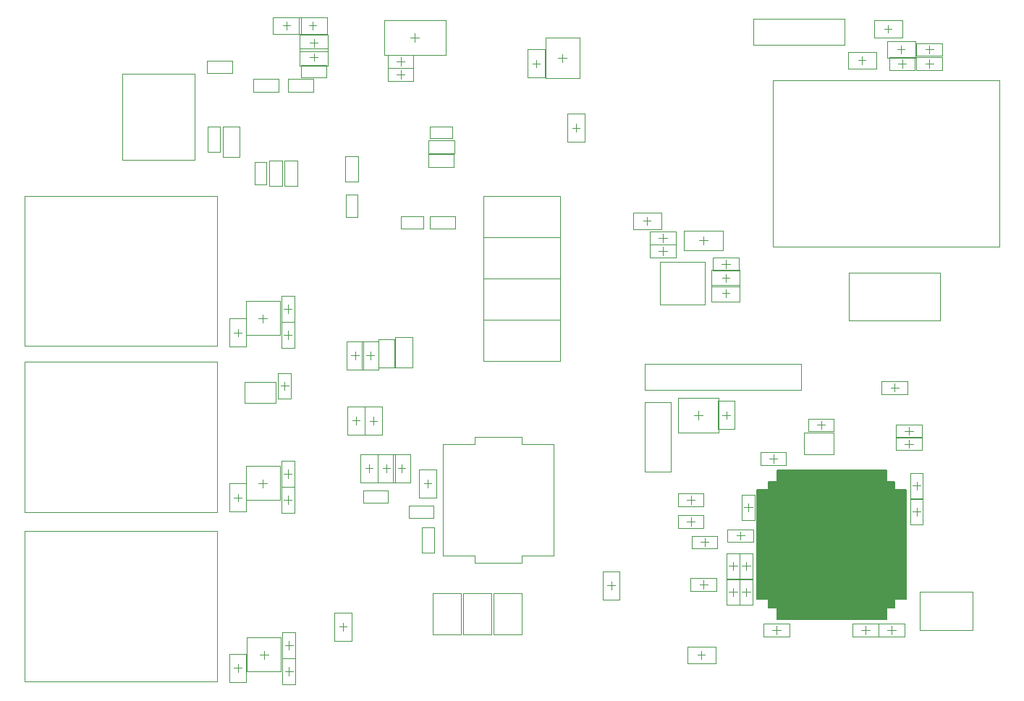
<source format=gbr>
%TF.GenerationSoftware,Altium Limited,Altium Designer,24.4.1 (13)*%
G04 Layer_Color=32768*
%FSLAX45Y45*%
%MOMM*%
%TF.SameCoordinates,7BA59CB3-8EBC-4C6A-B4C6-80429C3BB8AE*%
%TF.FilePolarity,Positive*%
%TF.FileFunction,Other,Mechanical_15*%
%TF.Part,Single*%
G01*
G75*
%TA.AperFunction,NonConductor*%
%ADD95C,0.15240*%
%ADD100C,0.10000*%
%ADD166C,0.05000*%
G36*
X10182082Y3832670D02*
X10086122D01*
Y3928630D01*
X9950792D01*
Y5207370D01*
X10086122D01*
Y5303330D01*
X10182082D01*
Y5438660D01*
X11460822D01*
Y5303330D01*
X11556782D01*
Y5207370D01*
X11692112D01*
Y3928630D01*
X11556782D01*
Y3832670D01*
X11460822D01*
Y3697340D01*
X10182082D01*
Y3832670D01*
D02*
G37*
D95*
X10086122D02*
Y3928630D01*
X9950792D02*
X10086122D01*
X9950792D02*
Y5207370D01*
X10086122D01*
Y5303330D01*
X11556782Y3832670D02*
Y3928630D01*
X11692112D01*
Y5207370D01*
X11556782D02*
X11692112D01*
X11556782D02*
Y5303330D01*
X10086122D02*
X10182082D01*
Y5438660D01*
X11460822D01*
Y5303330D02*
Y5438660D01*
Y5303330D02*
X11556782D01*
X10086122Y3832670D02*
X10182082D01*
Y3697340D02*
Y3832670D01*
Y3697340D02*
X11460822D01*
Y3832670D01*
X11556782D01*
D100*
X9251400Y3276600D02*
X9341400D01*
X9296400Y3231600D02*
Y3321600D01*
X5105400Y3561800D02*
Y3651800D01*
X5060400Y3606800D02*
X5150400D01*
X8616400Y8356600D02*
X8706400D01*
X8661400Y8311600D02*
Y8401600D01*
X11677692Y5747000D02*
X11773692D01*
X11725692Y5699000D02*
Y5795000D01*
X11677692Y5899400D02*
X11773692D01*
X11725692Y5851400D02*
Y5947400D01*
X10648992Y5969000D02*
X10744992D01*
X10696992Y5921000D02*
Y6017000D01*
X5893600Y10502900D02*
X5993600D01*
X5943600Y10452900D02*
Y10552900D01*
X8197300Y4089400D02*
X8287300D01*
X8242300Y4044400D02*
Y4134400D01*
X5746200Y5461000D02*
X5836200D01*
X5791200Y5416000D02*
Y5506000D01*
X5568400Y5461000D02*
X5658400D01*
X5613400Y5416000D02*
Y5506000D01*
X5365200Y5461000D02*
X5455200D01*
X5410200Y5416000D02*
Y5506000D01*
X5212800Y6019800D02*
X5302800D01*
X5257800Y5974800D02*
Y6064800D01*
X5416000Y6018600D02*
X5506000D01*
X5461000Y5973600D02*
Y6063600D01*
X5200100Y6781800D02*
X5290100D01*
X5245100Y6736800D02*
Y6826800D01*
X5377900Y6781800D02*
X5467900D01*
X5422900Y6736800D02*
Y6826800D01*
X6051000Y5283200D02*
X6141000D01*
X6096000Y5238200D02*
Y5328200D01*
X7786753Y9445907D02*
X7876753D01*
X7831753Y9400907D02*
Y9490907D01*
X9174192Y5044700D02*
Y5140700D01*
X9126192Y5092700D02*
X9222192D01*
X9172992Y4790700D02*
Y4886700D01*
X9124992Y4838700D02*
X9220992D01*
X10138192Y5527300D02*
Y5623300D01*
X10090192Y5575300D02*
X10186192D01*
X11557000Y6357880D02*
Y6453880D01*
X11509000Y6405880D02*
X11605000D01*
X9798092Y5003800D02*
X9894092D01*
X9846092Y4955800D02*
Y5051800D01*
X9753600Y4625600D02*
Y4721600D01*
X9705600Y4673600D02*
X9801600D01*
X9334500Y4549400D02*
Y4645400D01*
X9286500Y4597400D02*
X9382500D01*
X11766592Y5257800D02*
X11862592D01*
X11814592Y5209800D02*
Y5305800D01*
X11766592Y4953000D02*
X11862592D01*
X11814592Y4905000D02*
Y5001000D01*
X9321800Y4054100D02*
Y4150100D01*
X9273800Y4102100D02*
X9369800D01*
X9620292Y4318000D02*
X9716292D01*
X9668292Y4270000D02*
Y4366000D01*
X9620292Y4013200D02*
X9716292D01*
X9668292Y3965200D02*
Y4061200D01*
X9772692Y4318000D02*
X9868692D01*
X9820692Y4270000D02*
Y4366000D01*
X9772692Y4013200D02*
X9868692D01*
X9820692Y3965200D02*
Y4061200D01*
X10176292Y3520700D02*
Y3616700D01*
X10128292Y3568700D02*
X10224292D01*
X11217692Y3520700D02*
Y3616700D01*
X11169692Y3568700D02*
X11265692D01*
X11522492Y3520700D02*
Y3616700D01*
X11474492Y3568700D02*
X11570492D01*
X7670800Y10211600D02*
Y10311600D01*
X7620800Y10261600D02*
X7720800D01*
X7321000Y10198100D02*
X7411000D01*
X7366000Y10153100D02*
Y10243100D01*
X5778500Y10023100D02*
Y10119100D01*
X5730500Y10071100D02*
X5826500D01*
X5778500Y10175500D02*
Y10271500D01*
X5730500Y10223500D02*
X5826500D01*
X11644700Y10150100D02*
Y10246100D01*
X11596700Y10198100D02*
X11692700D01*
X11588200Y10363200D02*
X11678200D01*
X11633200Y10318200D02*
Y10408200D01*
X11963400Y10150100D02*
Y10246100D01*
X11915400Y10198100D02*
X12011400D01*
X11963400Y10315200D02*
Y10411200D01*
X11915400Y10363200D02*
X12011400D01*
X11435800Y10604500D02*
X11525800D01*
X11480800Y10559500D02*
Y10649500D01*
X11131000Y10236200D02*
X11221000D01*
X11176000Y10191200D02*
Y10281200D01*
X9588500Y6038300D02*
Y6128300D01*
X9543500Y6083300D02*
X9633500D01*
X9258300Y6033300D02*
Y6133300D01*
X9208300Y6083300D02*
X9308300D01*
X9271800Y8128000D02*
X9371800D01*
X9321800Y8078000D02*
Y8178000D01*
X8845000Y8110300D02*
Y8206300D01*
X8797000Y8158300D02*
X8893000D01*
X8846200Y7957900D02*
Y8053900D01*
X8798200Y8005900D02*
X8894200D01*
X9582800Y7805500D02*
Y7901500D01*
X9534800Y7853500D02*
X9630800D01*
X9536600Y7688400D02*
X9626600D01*
X9581600Y7643400D02*
Y7733400D01*
X9536600Y7510600D02*
X9626600D01*
X9581600Y7465600D02*
Y7555600D01*
X4717500Y10439400D02*
X4807500D01*
X4762500Y10394400D02*
Y10484400D01*
X4717500Y10274300D02*
X4807500D01*
X4762500Y10229300D02*
Y10319300D01*
X4400000Y10642600D02*
X4490000D01*
X4445000Y10597600D02*
Y10687600D01*
X4704800Y10642600D02*
X4794800D01*
X4749800Y10597600D02*
Y10687600D01*
X4419600Y6378200D02*
Y6474200D01*
X4371600Y6426200D02*
X4467600D01*
X4470400Y3342900D02*
Y3438900D01*
X4422400Y3390900D02*
X4518400D01*
X3828500Y3124200D02*
X3918500D01*
X3873500Y3079200D02*
Y3169200D01*
X4470400Y3038100D02*
Y3134100D01*
X4422400Y3086100D02*
X4518400D01*
X3828500Y5118100D02*
X3918500D01*
X3873500Y5073100D02*
Y5163100D01*
X4457700Y5044700D02*
Y5140700D01*
X4409700Y5092700D02*
X4505700D01*
X4457700Y5349500D02*
Y5445500D01*
X4409700Y5397500D02*
X4505700D01*
X3828500Y7048500D02*
X3918500D01*
X3873500Y7003500D02*
Y7093500D01*
X4457700Y6975100D02*
Y7071100D01*
X4409700Y7023100D02*
X4505700D01*
X4457700Y7279900D02*
Y7375900D01*
X4409700Y7327900D02*
X4505700D01*
X4128300Y3276600D02*
X4228300D01*
X4178300Y3226600D02*
Y3326600D01*
X4115600Y5283200D02*
X4215600D01*
X4165600Y5233200D02*
Y5333200D01*
X4115600Y7213600D02*
X4215600D01*
X4165600Y7163600D02*
Y7263600D01*
D166*
X3364700Y9068800D02*
Y10082800D01*
X2521700Y9068800D02*
X3364700D01*
X2521700D02*
Y10082800D01*
X3364700D01*
X8636400Y6375800D02*
Y6679800D01*
X10464400D01*
Y6375800D02*
Y6679800D01*
X8636400Y6375800D02*
X10464400D01*
X11849380Y4019300D02*
X12469380D01*
Y3569300D02*
Y4019300D01*
X11849380Y3569300D02*
X12469380D01*
X11849380D02*
Y4019300D01*
X9461400Y3176600D02*
Y3376600D01*
X9131400Y3176600D02*
Y3376600D01*
Y3176600D02*
X9461400D01*
X9131400Y3376600D02*
X9461400D01*
X5005400Y3771800D02*
X5205400D01*
X5005400Y3441800D02*
X5205400D01*
Y3771800D01*
X5005400Y3441800D02*
Y3771800D01*
X8826400Y8256600D02*
Y8456600D01*
X8496400Y8256600D02*
Y8456600D01*
Y8256600D02*
X8826400D01*
X8496400Y8456600D02*
X8826400D01*
X9339400Y7377800D02*
Y7877800D01*
X8814400Y7377800D02*
X9339400D01*
X8814400D02*
Y7877800D01*
X9339400D01*
X11875692Y5672000D02*
Y5822000D01*
X11575692Y5672000D02*
Y5822000D01*
Y5672000D02*
X11875692D01*
X11575692Y5822000D02*
X11875692D01*
Y5824400D02*
Y5974400D01*
X11575692Y5824400D02*
Y5974400D01*
Y5824400D02*
X11875692D01*
X11575692Y5974400D02*
X11875692D01*
X7644280Y7202200D02*
Y7682200D01*
X6742280Y7202200D02*
Y7682200D01*
X7644280D01*
X6742280Y7202200D02*
X7644280D01*
X10496592Y5622900D02*
Y5883300D01*
Y5622900D02*
X10846592D01*
Y5883300D01*
X10496592D02*
X10846592D01*
X10546992Y5894000D02*
Y6044000D01*
X10846992Y5894000D02*
Y6044000D01*
X10546992D02*
X10846992D01*
X10546992Y5894000D02*
X10846992D01*
X6303600Y10297900D02*
Y10707900D01*
X5583600Y10297900D02*
Y10707900D01*
Y10297900D02*
X6303600D01*
X5583600Y10707900D02*
X6303600D01*
X8142300Y3924400D02*
Y4254400D01*
X8342300Y3924400D02*
Y4254400D01*
X8142300Y3924400D02*
X8342300D01*
X8142300Y4254400D02*
X8342300D01*
X5691200Y5296000D02*
Y5626000D01*
X5891200Y5296000D02*
Y5626000D01*
X5691200Y5296000D02*
X5891200D01*
X5691200Y5626000D02*
X5891200D01*
X5713400Y5296000D02*
Y5626000D01*
X5513400Y5296000D02*
Y5626000D01*
X5713400D01*
X5513400Y5296000D02*
X5713400D01*
X5339900Y5059300D02*
Y5202300D01*
X5632900Y5059300D02*
Y5202300D01*
X5339900Y5059300D02*
X5632900D01*
X5339900Y5202300D02*
X5632900D01*
X5510200Y5296000D02*
Y5626000D01*
X5310200Y5296000D02*
Y5626000D01*
X5510200D01*
X5310200Y5296000D02*
X5510200D01*
X5357800Y5854800D02*
Y6184800D01*
X5157800Y5854800D02*
Y6184800D01*
X5357800D01*
X5157800Y5854800D02*
X5357800D01*
X5361000Y5853600D02*
Y6183600D01*
X5561000Y5853600D02*
Y6183600D01*
X5361000Y5853600D02*
X5561000D01*
X5361000Y6183600D02*
X5561000D01*
X5520900Y6640700D02*
X5705900D01*
X5520900Y6973700D02*
X5705900D01*
Y6640700D02*
Y6973700D01*
X5520900Y6640700D02*
Y6973700D01*
X5716600Y6994900D02*
X5916600D01*
X5716600Y6644900D02*
Y6994900D01*
Y6644900D02*
X5916600D01*
Y6994900D01*
X5345100Y6616800D02*
Y6946800D01*
X5145100Y6616800D02*
Y6946800D01*
X5345100D01*
X5145100Y6616800D02*
X5345100D01*
X5522900D02*
Y6946800D01*
X5322900Y6616800D02*
Y6946800D01*
X5522900D01*
X5322900Y6616800D02*
X5522900D01*
X5873300Y4881500D02*
Y5024500D01*
X6166300Y4881500D02*
Y5024500D01*
X5873300Y4881500D02*
X6166300D01*
X5873300Y5024500D02*
X6166300D01*
X6196000Y5118200D02*
Y5448200D01*
X5996000Y5118200D02*
Y5448200D01*
X6196000D01*
X5996000Y5118200D02*
X6196000D01*
X6024500Y4769300D02*
X6167500D01*
X6024500Y4476300D02*
X6167500D01*
X6024500D02*
Y4769300D01*
X6167500Y4476300D02*
Y4769300D01*
X7731753Y9280907D02*
Y9610907D01*
X7931753Y9280907D02*
Y9610907D01*
X7731753Y9280907D02*
X7931753D01*
X7731753Y9610907D02*
X7931753D01*
X9024192Y5017700D02*
X9324192D01*
X9024192Y5167700D02*
X9324192D01*
Y5017700D02*
Y5167700D01*
X9024192Y5017700D02*
Y5167700D01*
X9022992Y4763700D02*
X9322992D01*
X9022992Y4913700D02*
X9322992D01*
Y4763700D02*
Y4913700D01*
X9022992Y4763700D02*
Y4913700D01*
X9988192Y5500300D02*
X10288192D01*
X9988192Y5650300D02*
X10288192D01*
Y5500300D02*
Y5650300D01*
X9988192Y5500300D02*
Y5650300D01*
X11407000Y6330880D02*
X11707000D01*
X11407000Y6480880D02*
X11707000D01*
Y6330880D02*
Y6480880D01*
X11407000Y6330880D02*
Y6480880D01*
X9771092Y4853800D02*
Y5153800D01*
X9921092Y4853800D02*
Y5153800D01*
X9771092Y4853800D02*
X9921092D01*
X9771092Y5153800D02*
X9921092D01*
X9603600Y4598600D02*
X9903600D01*
X9603600Y4748600D02*
X9903600D01*
Y4598600D02*
Y4748600D01*
X9603600Y4598600D02*
Y4748600D01*
X9184500Y4672400D02*
X9484500D01*
X9184500Y4522400D02*
X9484500D01*
X9184500D02*
Y4672400D01*
X9484500Y4522400D02*
Y4672400D01*
X11739592Y5107800D02*
Y5407800D01*
X11889592Y5107800D02*
Y5407800D01*
X11739592Y5107800D02*
X11889592D01*
X11739592Y5407800D02*
X11889592D01*
X11889592Y4803000D02*
Y5103000D01*
X11739592Y4803000D02*
Y5103000D01*
X11889592D01*
X11739592Y4803000D02*
X11889592D01*
X9171800Y4027100D02*
X9471800D01*
X9171800Y4177100D02*
X9471800D01*
Y4027100D02*
Y4177100D01*
X9171800Y4027100D02*
Y4177100D01*
X9593292Y4168000D02*
Y4468000D01*
X9743292Y4168000D02*
Y4468000D01*
X9593292Y4168000D02*
X9743292D01*
X9593292Y4468000D02*
X9743292D01*
X9743292Y3863200D02*
Y4163200D01*
X9593292Y3863200D02*
Y4163200D01*
X9743292D01*
X9593292Y3863200D02*
X9743292D01*
X9745692Y4168000D02*
Y4468000D01*
X9895692Y4168000D02*
Y4468000D01*
X9745692Y4168000D02*
X9895692D01*
X9745692Y4468000D02*
X9895692D01*
X9895692Y3863200D02*
Y4163200D01*
X9745692Y3863200D02*
Y4163200D01*
X9895692D01*
X9745692Y3863200D02*
X9895692D01*
X10026292Y3493700D02*
X10326292D01*
X10026292Y3643700D02*
X10326292D01*
Y3493700D02*
Y3643700D01*
X10026292Y3493700D02*
Y3643700D01*
X11067692Y3493700D02*
X11367692D01*
X11067692Y3643700D02*
X11367692D01*
Y3493700D02*
Y3643700D01*
X11067692Y3493700D02*
Y3643700D01*
X11372492Y3643700D02*
X11672492D01*
X11372492Y3493700D02*
X11672492D01*
X11372492D02*
Y3643700D01*
X11672492Y3493700D02*
Y3643700D01*
X7645400Y8167400D02*
Y8647400D01*
X6743400Y8167400D02*
Y8647400D01*
X7645400D01*
X6743400Y8167400D02*
X7645400D01*
X6742280Y6719600D02*
X7644280D01*
X6742280Y7199600D02*
X7644280D01*
X6742280Y6719600D02*
Y7199600D01*
X7644280Y6719600D02*
Y7199600D01*
X6743400Y7684800D02*
X7645400D01*
X6743400Y8164800D02*
X7645400D01*
X6743400Y7684800D02*
Y8164800D01*
X7645400Y7684800D02*
Y8164800D01*
X6154520Y3518800D02*
Y3999600D01*
X6484520Y3518800D02*
Y3999600D01*
X6154520D02*
X6484520D01*
X6154520Y3518800D02*
X6484520D01*
X6510120D02*
Y3999600D01*
X6840120Y3518800D02*
Y3999600D01*
X6510120D02*
X6840120D01*
X6510120Y3518800D02*
X6840120D01*
X6865720D02*
Y3999600D01*
X7195720Y3518800D02*
Y3999600D01*
X6865720D02*
X7195720D01*
X6865720Y3518800D02*
X7195720D01*
X7571500Y4442700D02*
Y5742700D01*
X7196500Y4442700D02*
X7571500D01*
X7196500Y4357700D02*
Y4442700D01*
X6646500Y4357700D02*
X7196500D01*
X6646500D02*
Y4442700D01*
X6271500D02*
X6646500D01*
X6271500D02*
Y5742700D01*
X6646500D01*
Y5827700D01*
X7196500D01*
Y5742700D02*
Y5827700D01*
Y5742700D02*
X7571500D01*
X7470800Y10024100D02*
X7870800D01*
X7470800Y10499100D02*
X7870800D01*
X7470800Y10024100D02*
Y10499100D01*
X7870800Y10024100D02*
Y10499100D01*
X7266000Y10033100D02*
Y10363100D01*
X7466000Y10033100D02*
Y10363100D01*
X7266000Y10033100D02*
X7466000D01*
X7266000Y10363100D02*
X7466000D01*
X5628500Y10146100D02*
X5928500D01*
X5628500Y9996100D02*
X5928500D01*
X5628500D02*
Y10146100D01*
X5928500Y9996100D02*
Y10146100D01*
X5628500Y10298500D02*
X5928500D01*
X5628500Y10148500D02*
X5928500D01*
X5628500D02*
Y10298500D01*
X5928500Y10148500D02*
Y10298500D01*
X11494700Y10123100D02*
X11794700D01*
X11494700Y10273100D02*
X11794700D01*
Y10123100D02*
Y10273100D01*
X11494700Y10123100D02*
Y10273100D01*
X11798200Y10263200D02*
Y10463200D01*
X11468200Y10263200D02*
Y10463200D01*
Y10263200D02*
X11798200D01*
X11468200Y10463200D02*
X11798200D01*
X11813400Y10273100D02*
X12113400D01*
X11813400Y10123100D02*
X12113400D01*
X11813400D02*
Y10273100D01*
X12113400Y10123100D02*
Y10273100D01*
X11813400Y10438200D02*
X12113400D01*
X11813400Y10288200D02*
X12113400D01*
X11813400D02*
Y10438200D01*
X12113400Y10288200D02*
Y10438200D01*
X11315800Y10504500D02*
Y10704500D01*
X11645800Y10504500D02*
Y10704500D01*
X11315800D02*
X11645800D01*
X11315800Y10504500D02*
X11645800D01*
X11341000Y10136200D02*
Y10336200D01*
X11011000Y10136200D02*
Y10336200D01*
Y10136200D02*
X11341000D01*
X11011000Y10336200D02*
X11341000D01*
X9488500Y6248300D02*
X9688500D01*
X9488500Y5918300D02*
X9688500D01*
Y6248300D01*
X9488500Y5918300D02*
Y6248300D01*
X9020800Y6283300D02*
X9495800D01*
X9020800Y5883300D02*
X9495800D01*
X9020800D02*
Y6283300D01*
X9495800Y5883300D02*
Y6283300D01*
X10135800Y8056800D02*
Y10006800D01*
Y8056800D02*
X12785800D01*
Y10006800D01*
X10135800D02*
X12785800D01*
X8636400Y6235300D02*
X8940400D01*
Y5423300D02*
Y6235300D01*
X8636400Y5423300D02*
X8940400D01*
X8636400D02*
Y6235300D01*
X10972400Y10414400D02*
Y10718400D01*
X9906400Y10414400D02*
X10972400D01*
X9906400D02*
Y10718400D01*
X10972400D01*
X12090000Y7188600D02*
Y7746600D01*
X11024000Y7188600D02*
X12090000D01*
X11024000D02*
Y7746600D01*
X12090000D01*
X9551800Y8013000D02*
Y8243000D01*
X9091800Y8013000D02*
Y8243000D01*
Y8013000D02*
X9551800D01*
X9091800Y8243000D02*
X9551800D01*
X8695000Y8083300D02*
X8995000D01*
X8695000Y8233300D02*
X8995000D01*
Y8083300D02*
Y8233300D01*
X8695000Y8083300D02*
Y8233300D01*
X8696200Y7930900D02*
X8996200D01*
X8696200Y8080900D02*
X8996200D01*
Y7930900D02*
Y8080900D01*
X8696200Y7930900D02*
Y8080900D01*
X9432800Y7778500D02*
X9732800D01*
X9432800Y7928500D02*
X9732800D01*
Y7778500D02*
Y7928500D01*
X9432800Y7778500D02*
Y7928500D01*
X9416600Y7588400D02*
Y7788400D01*
X9746600Y7588400D02*
Y7788400D01*
X9416600D02*
X9746600D01*
X9416600Y7588400D02*
X9746600D01*
X9746600Y7410600D02*
Y7610600D01*
X9416600Y7410600D02*
Y7610600D01*
Y7410600D02*
X9746600D01*
X9416600Y7610600D02*
X9746600D01*
X6123480Y9322920D02*
X6383480D01*
X6123480D02*
Y9462920D01*
X6383480D01*
Y9322920D02*
Y9462920D01*
X6404280Y9151720D02*
Y9303920D01*
X6102680Y9151720D02*
Y9303920D01*
X6404280D01*
X6102680Y9151720D02*
X6404280D01*
X6401980Y8988720D02*
Y9136720D01*
X6104980Y8988720D02*
Y9136720D01*
X6401980D01*
X6104980Y8988720D02*
X6401980D01*
X6040580Y8268820D02*
Y8408820D01*
X5780580D02*
X6040580D01*
X5780580Y8268820D02*
Y8408820D01*
Y8268820D02*
X6040580D01*
X6414680Y8264820D02*
Y8412820D01*
X6117680Y8264820D02*
Y8412820D01*
X6414680D01*
X6117680Y8264820D02*
X6414680D01*
X4210200Y8785400D02*
Y9045400D01*
X4070200Y8785400D02*
X4210200D01*
X4070200D02*
Y9045400D01*
X4210200D01*
X5133000Y9114700D02*
X5281000D01*
X5133000Y8817700D02*
X5281000D01*
X5133000D02*
Y9114700D01*
X5281000Y8817700D02*
Y9114700D01*
X5137000Y8664400D02*
X5277000D01*
X5137000Y8404400D02*
Y8664400D01*
Y8404400D02*
X5277000D01*
Y8664400D01*
X4421800Y9062600D02*
X4569800D01*
X4421800Y8765600D02*
X4569800D01*
X4421800D02*
Y9062600D01*
X4569800Y8765600D02*
Y9062600D01*
X4241900Y9066200D02*
X4394100D01*
X4241900Y8764600D02*
X4394100D01*
X4241900D02*
Y9066200D01*
X4394100Y8764600D02*
Y9066200D01*
X4927500Y10339400D02*
Y10539400D01*
X4597500Y10339400D02*
Y10539400D01*
Y10339400D02*
X4927500D01*
X4597500Y10539400D02*
X4927500D01*
X4597500Y10174300D02*
Y10374300D01*
X4927500Y10174300D02*
Y10374300D01*
X4597500D02*
X4927500D01*
X4597500Y10174300D02*
X4927500D01*
X4610000Y10542600D02*
Y10742600D01*
X4280000Y10542600D02*
Y10742600D01*
Y10542600D02*
X4610000D01*
X4280000Y10742600D02*
X4610000D01*
X4914800Y10542600D02*
Y10742600D01*
X4584800Y10542600D02*
Y10742600D01*
Y10542600D02*
X4914800D01*
X4584800Y10742600D02*
X4914800D01*
X3520100Y9160600D02*
Y9457600D01*
X3668100Y9160600D02*
Y9457600D01*
X3520100D02*
X3668100D01*
X3520100Y9160600D02*
X3668100D01*
X3697300Y9108700D02*
Y9458700D01*
X3897300D01*
Y9108700D02*
Y9458700D01*
X3697300Y9108700D02*
X3897300D01*
X3509100Y10234000D02*
X3806100D01*
X3509100Y10086000D02*
X3806100D01*
Y10234000D01*
X3509100Y10086000D02*
Y10234000D01*
X4614000Y10035200D02*
X4911000D01*
X4614000Y10183200D02*
X4911000D01*
X4614000Y10035200D02*
Y10183200D01*
X4911000Y10035200D02*
Y10183200D01*
X4052660Y10015560D02*
X4349660D01*
X4052660Y9867560D02*
X4349660D01*
Y10015560D01*
X4052660Y9867560D02*
Y10015560D01*
X4461600Y9870100D02*
X4758600D01*
X4461600Y10018100D02*
X4758600D01*
X4461600Y9870100D02*
Y10018100D01*
X4758600Y9870100D02*
Y10018100D01*
X3954100Y6225000D02*
Y6475000D01*
X4315100D01*
Y6225000D02*
Y6475000D01*
X3954100Y6225000D02*
X4315100D01*
X4344600Y6276200D02*
X4494600D01*
X4344600Y6576200D02*
X4494600D01*
X4344600Y6276200D02*
Y6576200D01*
X4494600Y6276200D02*
Y6576200D01*
X4395400Y3540900D02*
X4545400D01*
X4395400Y3240900D02*
X4545400D01*
Y3540900D01*
X4395400Y3240900D02*
Y3540900D01*
X3973500Y2959200D02*
Y3289200D01*
X3773500Y2959200D02*
Y3289200D01*
X3973500D01*
X3773500Y2959200D02*
X3973500D01*
X4395400Y3236100D02*
X4545400D01*
X4395400Y2936100D02*
X4545400D01*
Y3236100D01*
X4395400Y2936100D02*
Y3236100D01*
X3973500Y4953100D02*
Y5283100D01*
X3773500Y4953100D02*
Y5283100D01*
X3973500D01*
X3773500Y4953100D02*
X3973500D01*
X4382700Y5242700D02*
X4532700D01*
X4382700Y4942700D02*
X4532700D01*
Y5242700D01*
X4382700Y4942700D02*
Y5242700D01*
Y5547500D02*
X4532700D01*
X4382700Y5247500D02*
X4532700D01*
Y5547500D01*
X4382700Y5247500D02*
Y5547500D01*
X3973500Y6883500D02*
Y7213500D01*
X3773500Y6883500D02*
Y7213500D01*
X3973500D01*
X3773500Y6883500D02*
X3973500D01*
X4382700Y7173100D02*
X4532700D01*
X4382700Y6873100D02*
X4532700D01*
Y7173100D01*
X4382700Y6873100D02*
Y7173100D01*
Y7477900D02*
X4532700D01*
X4382700Y7177900D02*
X4532700D01*
Y7477900D01*
X4382700Y7177900D02*
Y7477900D01*
X3980800Y3486800D02*
X4375800D01*
X3980800Y3089300D02*
Y3486800D01*
X4375800Y3089300D02*
Y3486800D01*
X3980800Y3089300D02*
X4375800Y3089300D01*
X3968100Y5493400D02*
X4363100D01*
X3968100Y5095900D02*
Y5493400D01*
X4363100Y5095900D02*
Y5493400D01*
X3968100Y5095900D02*
X4363100Y5095900D01*
X3968100Y7423800D02*
X4363100D01*
X3968100Y7026300D02*
Y7423800D01*
X4363100Y7026300D02*
Y7423800D01*
X3968100Y7026300D02*
X4363100Y7026300D01*
X1378600Y8649400D02*
X3626600D01*
Y6895400D02*
Y8649400D01*
X1378600Y6895400D02*
X3626600D01*
X1378600D02*
Y8649400D01*
Y6705400D02*
X3626600D01*
Y4951400D02*
Y6705400D01*
X1378600Y4951400D02*
X3626600D01*
X1378600D02*
Y6705400D01*
Y4724200D02*
X3626600D01*
Y2970200D02*
Y4724200D01*
X1378600Y2970200D02*
X3626600D01*
X1378600D02*
Y4724200D01*
%TF.MD5,22b6d079ff88a6830a46b6da8013a6ef*%
M02*

</source>
